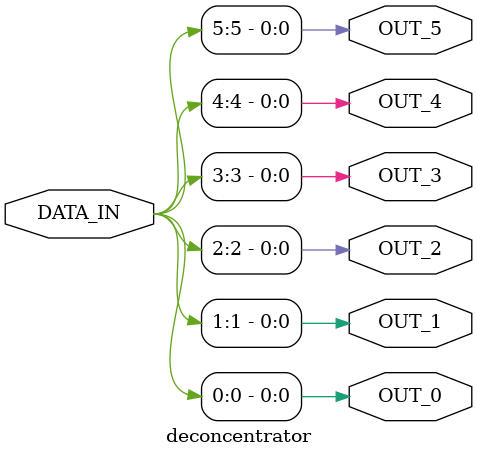
<source format=v>
`timescale 1ns / 1ps


module deconcentrator(
    input [31:0] DATA_IN,
    output OUT_0,
    output OUT_1,
    output OUT_2,
    output OUT_3,
    output OUT_4,
    output OUT_5
    // output OUT_6,
    // output OUT_7,
    // output OUT_8,
    // output OUT_9,
    // output OUT_10,
    // output OUT_11,
    // output OUT_12,
    // output OUT_13,
    // output OUT_14,
    // output OUT_15,
    // output OUT_16,
    // output OUT_17,
    // output OUT_18,
    // output OUT_19,
    // output OUT_20,
    // output OUT_21,
    // output OUT_22,
    // output OUT_23,
    // output OUT_24,
    // output OUT_25,
    // output OUT_26,
    // output OUT_27,
    // output OUT_28,
    // output OUT_29,
    // output OUT_30,
    // output OUT_31
    );

	


    
    assign OUT_0 = DATA_IN[0];
    assign OUT_1 = DATA_IN[1];
    assign OUT_2 = DATA_IN[2];
    assign OUT_3 = DATA_IN[3];
    assign OUT_4 = DATA_IN[4];
    assign OUT_5 = DATA_IN[5];
    // assign OUT_6 = DATA_IN[6];
    // assign OUT_7 = DATA_IN[7];
    // assign OUT_8 = DATA_IN[8];
    // assign OUT_9 = DATA_IN[9];
    // assign OUT_10 = DATA_IN[10];
    // assign OUT_11 = DATA_IN[11];
    // assign OUT_12 = DATA_IN[12];
    // assign OUT_13 = DATA_IN[13];
    // assign OUT_14 = DATA_IN[14];
    // assign OUT_15 = DATA_IN[15];
    // assign OUT_16 = DATA_IN[16];
    // assign OUT_17 = DATA_IN[17];
    // assign OUT_18 = DATA_IN[18];
    // assign OUT_19 = DATA_IN[19];
    // assign OUT_20 = DATA_IN[20];
    // assign OUT_21 = DATA_IN[21];
    // assign OUT_22 = DATA_IN[22];
    // assign OUT_23 = DATA_IN[23];
    // assign OUT_24 = DATA_IN[24];
    // assign OUT_25 = DATA_IN[25];
    // assign OUT_26 = DATA_IN[26];
    // assign OUT_27 = DATA_IN[27];
    // assign OUT_28 = DATA_IN[28];
    // assign OUT_29 = DATA_IN[29];
    // assign OUT_30 = DATA_IN[30];
    // assign OUT_31 = DATA_IN[31];
    
endmodule

</source>
